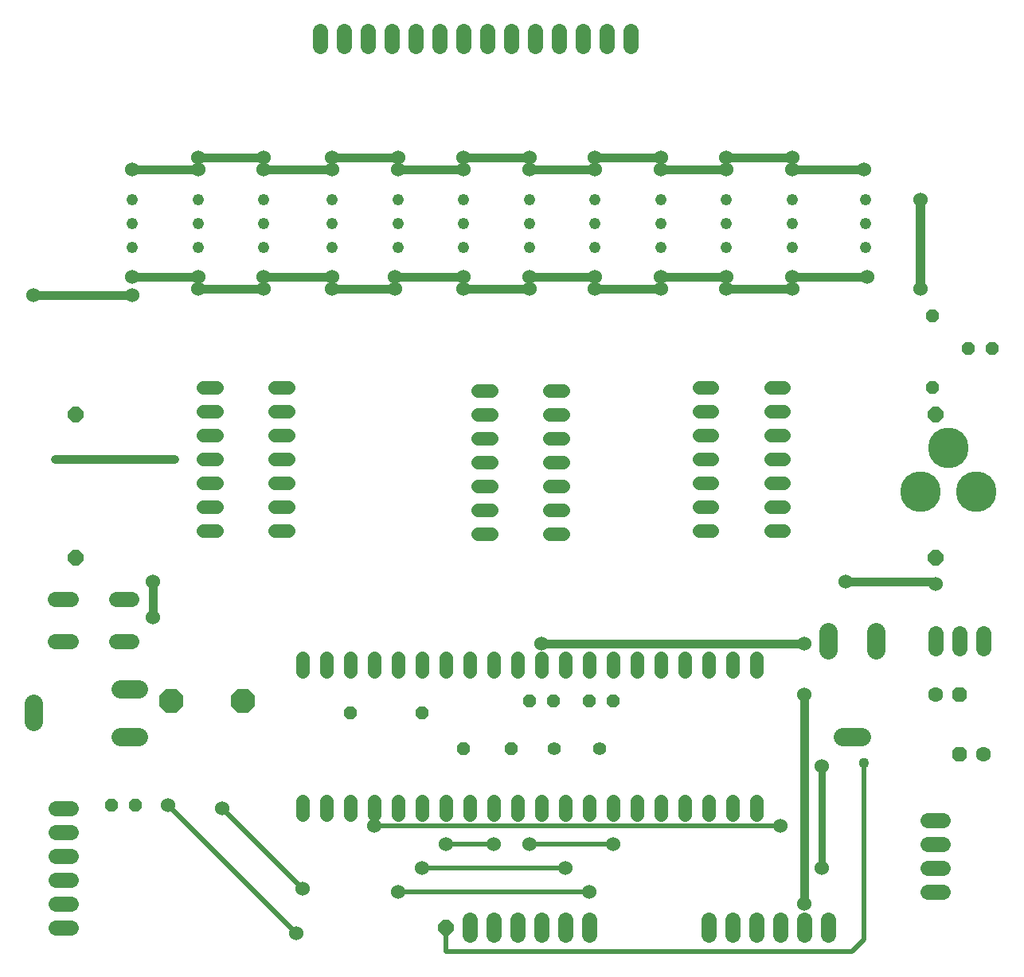
<source format=gbl>
G75*
%MOIN*%
%OFA0B0*%
%FSLAX25Y25*%
%IPPOS*%
%LPD*%
%AMOC8*
5,1,8,0,0,1.08239X$1,22.5*
%
%ADD10OC8,0.05600*%
%ADD11C,0.05600*%
%ADD12C,0.06400*%
%ADD13C,0.17000*%
%ADD14C,0.05600*%
%ADD15C,0.04800*%
%ADD16OC8,0.10000*%
%ADD17OC8,0.06400*%
%ADD18OC8,0.06300*%
%ADD19C,0.06300*%
%ADD20C,0.07800*%
%ADD21C,0.06000*%
%ADD22C,0.03500*%
%ADD23C,0.02000*%
%ADD24C,0.04000*%
%ADD25C,0.03000*%
%ADD26C,0.04362*%
D10*
X0041800Y0088050D03*
X0051800Y0088050D03*
X0141800Y0126800D03*
X0171800Y0126800D03*
X0189300Y0111800D03*
X0209300Y0111800D03*
X0216800Y0131800D03*
X0226800Y0131800D03*
X0241800Y0131800D03*
X0251800Y0131800D03*
X0385550Y0263050D03*
X0400550Y0279300D03*
X0410550Y0279300D03*
X0385550Y0293050D03*
D11*
X0323350Y0263050D02*
X0317750Y0263050D01*
X0317750Y0253050D02*
X0323350Y0253050D01*
X0323350Y0243050D02*
X0317750Y0243050D01*
X0317750Y0233050D02*
X0323350Y0233050D01*
X0323350Y0223050D02*
X0317750Y0223050D01*
X0317750Y0213050D02*
X0323350Y0213050D01*
X0323350Y0203050D02*
X0317750Y0203050D01*
X0293350Y0203050D02*
X0287750Y0203050D01*
X0287750Y0213050D02*
X0293350Y0213050D01*
X0293350Y0223050D02*
X0287750Y0223050D01*
X0287750Y0233050D02*
X0293350Y0233050D01*
X0293350Y0243050D02*
X0287750Y0243050D01*
X0287750Y0253050D02*
X0293350Y0253050D01*
X0293350Y0263050D02*
X0287750Y0263050D01*
X0230850Y0261800D02*
X0225250Y0261800D01*
X0225250Y0251800D02*
X0230850Y0251800D01*
X0230850Y0241800D02*
X0225250Y0241800D01*
X0225250Y0231800D02*
X0230850Y0231800D01*
X0230850Y0221800D02*
X0225250Y0221800D01*
X0225250Y0211800D02*
X0230850Y0211800D01*
X0230850Y0201800D02*
X0225250Y0201800D01*
X0200850Y0201800D02*
X0195250Y0201800D01*
X0195250Y0211800D02*
X0200850Y0211800D01*
X0200850Y0221800D02*
X0195250Y0221800D01*
X0195250Y0231800D02*
X0200850Y0231800D01*
X0200850Y0241800D02*
X0195250Y0241800D01*
X0195250Y0251800D02*
X0200850Y0251800D01*
X0200850Y0261800D02*
X0195250Y0261800D01*
X0115850Y0263050D02*
X0110250Y0263050D01*
X0110250Y0253050D02*
X0115850Y0253050D01*
X0115850Y0243050D02*
X0110250Y0243050D01*
X0110250Y0233050D02*
X0115850Y0233050D01*
X0115850Y0223050D02*
X0110250Y0223050D01*
X0110250Y0213050D02*
X0115850Y0213050D01*
X0115850Y0203050D02*
X0110250Y0203050D01*
X0085850Y0203050D02*
X0080250Y0203050D01*
X0080250Y0213050D02*
X0085850Y0213050D01*
X0085850Y0223050D02*
X0080250Y0223050D01*
X0080250Y0233050D02*
X0085850Y0233050D01*
X0085850Y0243050D02*
X0080250Y0243050D01*
X0080250Y0253050D02*
X0085850Y0253050D01*
X0085850Y0263050D02*
X0080250Y0263050D01*
X0121800Y0149600D02*
X0121800Y0144000D01*
X0131800Y0144000D02*
X0131800Y0149600D01*
X0141800Y0149600D02*
X0141800Y0144000D01*
X0151800Y0144000D02*
X0151800Y0149600D01*
X0161800Y0149600D02*
X0161800Y0144000D01*
X0171800Y0144000D02*
X0171800Y0149600D01*
X0181800Y0149600D02*
X0181800Y0144000D01*
X0191800Y0144000D02*
X0191800Y0149600D01*
X0201800Y0149600D02*
X0201800Y0144000D01*
X0211800Y0144000D02*
X0211800Y0149600D01*
X0221800Y0149600D02*
X0221800Y0144000D01*
X0231800Y0144000D02*
X0231800Y0149600D01*
X0241800Y0149600D02*
X0241800Y0144000D01*
X0251800Y0144000D02*
X0251800Y0149600D01*
X0261800Y0149600D02*
X0261800Y0144000D01*
X0271800Y0144000D02*
X0271800Y0149600D01*
X0281800Y0149600D02*
X0281800Y0144000D01*
X0291800Y0144000D02*
X0291800Y0149600D01*
X0301800Y0149600D02*
X0301800Y0144000D01*
X0311800Y0144000D02*
X0311800Y0149600D01*
X0311800Y0089600D02*
X0311800Y0084000D01*
X0301800Y0084000D02*
X0301800Y0089600D01*
X0291800Y0089600D02*
X0291800Y0084000D01*
X0281800Y0084000D02*
X0281800Y0089600D01*
X0271800Y0089600D02*
X0271800Y0084000D01*
X0261800Y0084000D02*
X0261800Y0089600D01*
X0251800Y0089600D02*
X0251800Y0084000D01*
X0241800Y0084000D02*
X0241800Y0089600D01*
X0231800Y0089600D02*
X0231800Y0084000D01*
X0221800Y0084000D02*
X0221800Y0089600D01*
X0211800Y0089600D02*
X0211800Y0084000D01*
X0201800Y0084000D02*
X0201800Y0089600D01*
X0191800Y0089600D02*
X0191800Y0084000D01*
X0181800Y0084000D02*
X0181800Y0089600D01*
X0171800Y0089600D02*
X0171800Y0084000D01*
X0161800Y0084000D02*
X0161800Y0089600D01*
X0151800Y0089600D02*
X0151800Y0084000D01*
X0141800Y0084000D02*
X0141800Y0089600D01*
X0131800Y0089600D02*
X0131800Y0084000D01*
X0121800Y0084000D02*
X0121800Y0089600D01*
D12*
X0025000Y0036800D02*
X0018600Y0036800D01*
X0018600Y0046800D02*
X0025000Y0046800D01*
X0025000Y0056800D02*
X0018600Y0056800D01*
X0018600Y0066800D02*
X0025000Y0066800D01*
X0025000Y0076800D02*
X0018600Y0076800D01*
X0018600Y0086800D02*
X0025000Y0086800D01*
X0024700Y0156650D02*
X0018300Y0156650D01*
X0018300Y0174450D02*
X0024700Y0174450D01*
X0043900Y0174450D02*
X0050300Y0174450D01*
X0050300Y0156650D02*
X0043900Y0156650D01*
X0191800Y0040000D02*
X0191800Y0033600D01*
X0201800Y0033600D02*
X0201800Y0040000D01*
X0211800Y0040000D02*
X0211800Y0033600D01*
X0221800Y0033600D02*
X0221800Y0040000D01*
X0231800Y0040000D02*
X0231800Y0033600D01*
X0241800Y0033600D02*
X0241800Y0040000D01*
X0291800Y0040000D02*
X0291800Y0033600D01*
X0301800Y0033600D02*
X0301800Y0040000D01*
X0311800Y0040000D02*
X0311800Y0033600D01*
X0321800Y0033600D02*
X0321800Y0040000D01*
X0331800Y0040000D02*
X0331800Y0033600D01*
X0341800Y0033600D02*
X0341800Y0040000D01*
X0383600Y0051800D02*
X0390000Y0051800D01*
X0390000Y0061800D02*
X0383600Y0061800D01*
X0383600Y0071800D02*
X0390000Y0071800D01*
X0390000Y0081800D02*
X0383600Y0081800D01*
X0386800Y0153600D02*
X0386800Y0160000D01*
X0396800Y0160000D02*
X0396800Y0153600D01*
X0406800Y0153600D02*
X0406800Y0160000D01*
X0259300Y0406100D02*
X0259300Y0412500D01*
X0249300Y0412500D02*
X0249300Y0406100D01*
X0239300Y0406100D02*
X0239300Y0412500D01*
X0229300Y0412500D02*
X0229300Y0406100D01*
X0219300Y0406100D02*
X0219300Y0412500D01*
X0209300Y0412500D02*
X0209300Y0406100D01*
X0199300Y0406100D02*
X0199300Y0412500D01*
X0189300Y0412500D02*
X0189300Y0406100D01*
X0179300Y0406100D02*
X0179300Y0412500D01*
X0169300Y0412500D02*
X0169300Y0406100D01*
X0159300Y0406100D02*
X0159300Y0412500D01*
X0149300Y0412500D02*
X0149300Y0406100D01*
X0139300Y0406100D02*
X0139300Y0412500D01*
X0129300Y0412500D02*
X0129300Y0406100D01*
D13*
X0380363Y0219300D03*
X0392174Y0237804D03*
X0403985Y0219300D03*
D14*
X0246300Y0111800D03*
X0227300Y0111800D03*
D15*
X0216800Y0321800D03*
X0216800Y0331800D03*
X0216800Y0341800D03*
X0189300Y0341800D03*
X0189300Y0331800D03*
X0189300Y0321800D03*
X0161800Y0321800D03*
X0161800Y0331800D03*
X0161800Y0341800D03*
X0134300Y0341800D03*
X0134300Y0331800D03*
X0134300Y0321800D03*
X0105550Y0321800D03*
X0105550Y0331800D03*
X0105550Y0341800D03*
X0078050Y0341800D03*
X0078050Y0331800D03*
X0078050Y0321800D03*
X0050550Y0321800D03*
X0050550Y0331800D03*
X0050550Y0341800D03*
X0244300Y0341800D03*
X0244300Y0331800D03*
X0244300Y0321800D03*
X0271800Y0321800D03*
X0271800Y0331800D03*
X0271800Y0341800D03*
X0299300Y0341800D03*
X0299300Y0331800D03*
X0299300Y0321800D03*
X0326800Y0321800D03*
X0326800Y0331800D03*
X0326800Y0341800D03*
X0357550Y0341800D03*
X0357550Y0331800D03*
X0357550Y0321800D03*
D16*
X0096800Y0131800D03*
X0066800Y0131800D03*
D17*
X0026800Y0191800D03*
X0026800Y0251800D03*
X0181800Y0036800D03*
X0386800Y0191800D03*
X0386800Y0251800D03*
D18*
X0396800Y0134300D03*
X0396800Y0109300D03*
D19*
X0406800Y0109300D03*
X0386800Y0134300D03*
D20*
X0361800Y0152900D02*
X0361800Y0160700D01*
X0341800Y0160700D02*
X0341800Y0152900D01*
X0347900Y0116800D02*
X0355700Y0116800D01*
X0053200Y0116800D02*
X0045400Y0116800D01*
X0045400Y0136800D02*
X0053200Y0136800D01*
X0009300Y0130700D02*
X0009300Y0122900D01*
D21*
X0059300Y0166800D03*
X0059300Y0181800D03*
X0065550Y0088050D03*
X0088050Y0086800D03*
X0121800Y0053050D03*
X0119300Y0034300D03*
X0161800Y0051800D03*
X0171800Y0061800D03*
X0181800Y0071800D03*
X0201800Y0071800D03*
X0216800Y0071800D03*
X0231800Y0061800D03*
X0241800Y0051800D03*
X0251800Y0071800D03*
X0321800Y0079300D03*
X0339300Y0061800D03*
X0331800Y0046800D03*
X0339300Y0104300D03*
X0331800Y0134300D03*
X0331800Y0155550D03*
X0349300Y0181800D03*
X0386800Y0180550D03*
X0380550Y0304300D03*
X0358050Y0309300D03*
X0326800Y0309300D03*
X0326800Y0304300D03*
X0299300Y0304300D03*
X0299300Y0309300D03*
X0271800Y0309300D03*
X0271800Y0304300D03*
X0244300Y0304300D03*
X0244300Y0309300D03*
X0216800Y0309300D03*
X0216800Y0304300D03*
X0189300Y0304300D03*
X0189300Y0309300D03*
X0160550Y0309300D03*
X0160550Y0304300D03*
X0134300Y0304300D03*
X0134300Y0309300D03*
X0105550Y0309300D03*
X0105550Y0304300D03*
X0078050Y0304300D03*
X0078050Y0309300D03*
X0050550Y0309300D03*
X0050550Y0301800D03*
X0009300Y0301800D03*
X0050550Y0354300D03*
X0078050Y0354300D03*
X0078050Y0359300D03*
X0105550Y0359300D03*
X0105550Y0354300D03*
X0134300Y0354300D03*
X0134300Y0359300D03*
X0161800Y0359300D03*
X0161800Y0354300D03*
X0189300Y0354300D03*
X0189300Y0359300D03*
X0216800Y0359300D03*
X0216800Y0354300D03*
X0244300Y0354300D03*
X0244300Y0359300D03*
X0271800Y0359300D03*
X0271800Y0354300D03*
X0299300Y0354300D03*
X0299300Y0359300D03*
X0326800Y0359300D03*
X0326800Y0354300D03*
X0356800Y0354300D03*
X0380550Y0341800D03*
X0221800Y0155550D03*
X0151800Y0079300D03*
D22*
X0221800Y0155550D02*
X0331800Y0155550D01*
X0331800Y0134300D02*
X0331800Y0046800D01*
X0386800Y0180550D02*
X0385550Y0181800D01*
X0349300Y0181800D01*
X0326800Y0304300D02*
X0299300Y0304300D01*
X0299300Y0309300D02*
X0271800Y0309300D01*
X0271800Y0304300D02*
X0244300Y0304300D01*
X0244300Y0309300D02*
X0216800Y0309300D01*
X0216800Y0304300D02*
X0189300Y0304300D01*
X0189300Y0309300D02*
X0160550Y0309300D01*
X0160550Y0304300D02*
X0134300Y0304300D01*
X0134300Y0309300D02*
X0105550Y0309300D01*
X0105550Y0304300D02*
X0078050Y0304300D01*
X0078050Y0309300D02*
X0050550Y0309300D01*
X0050550Y0301800D02*
X0009300Y0301800D01*
X0050550Y0354300D02*
X0078050Y0354300D01*
X0078050Y0359300D02*
X0105550Y0359300D01*
X0105550Y0354300D02*
X0134300Y0354300D01*
X0134300Y0359300D02*
X0161800Y0359300D01*
X0161800Y0354300D02*
X0189300Y0354300D01*
X0189300Y0359300D02*
X0216800Y0359300D01*
X0216800Y0354300D02*
X0244300Y0354300D01*
X0244300Y0359300D02*
X0271800Y0359300D01*
X0271800Y0354300D02*
X0299300Y0354300D01*
X0299300Y0359300D02*
X0326800Y0359300D01*
X0326800Y0354300D02*
X0356800Y0354300D01*
X0358050Y0309300D02*
X0326800Y0309300D01*
X0068050Y0233050D02*
X0018050Y0233050D01*
X0059300Y0181800D02*
X0059300Y0166800D01*
D23*
X0065550Y0088050D02*
X0119300Y0034300D01*
X0121800Y0053050D02*
X0088050Y0086800D01*
X0151800Y0079300D02*
X0321800Y0079300D01*
X0356800Y0105550D02*
X0356800Y0031800D01*
X0351800Y0026800D01*
X0181800Y0026800D01*
X0181800Y0036800D01*
X0161800Y0051800D02*
X0241800Y0051800D01*
X0231800Y0061800D02*
X0171800Y0061800D01*
X0181800Y0071800D02*
X0201800Y0071800D01*
X0216800Y0071800D02*
X0251800Y0071800D01*
D24*
X0380550Y0304300D02*
X0380550Y0341800D01*
D25*
X0339300Y0104300D02*
X0339300Y0061800D01*
D26*
X0356800Y0105550D03*
M02*

</source>
